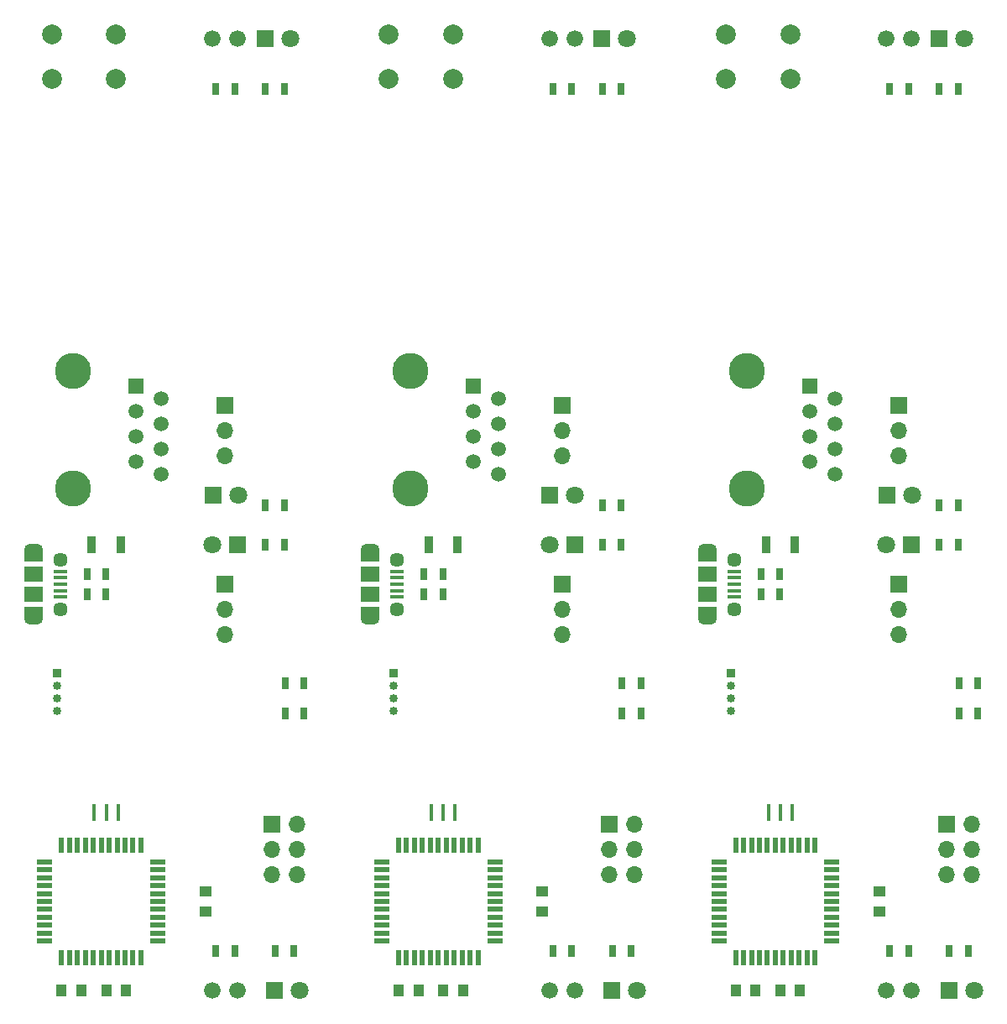
<source format=gts>
%MOIN*%
%OFA0B0*%
%FSLAX46Y46*%
%IPPOS*%
%LPD*%
%ADD10C,0.0039370078740157488*%
%ADD11R,0.066929133858267723X0.066929133858267723*%
%ADD12O,0.066929133858267723X0.066929133858267723*%
%ADD13R,0.035433070866141732X0.066929133858267723*%
%ADD14R,0.059055118110236227X0.021653543307086617*%
%ADD15R,0.021653543307086617X0.059055118110236227*%
%ADD16R,0.074803149606299218X0.059055118110236227*%
%ADD17C,0.057086614173228349*%
%ADD18R,0.053149606299212608X0.015748031496062995*%
%ADD19O,0.074803149606299218X0.047244094488188976*%
%ADD20R,0.074803149606299218X0.047244094488188976*%
%ADD21R,0.015748031496062995X0.070866141732283464*%
%ADD22R,0.033464566929133861X0.033464566929133861*%
%ADD23C,0.033464566929133861*%
%ADD24C,0.1437007874015748*%
%ADD25R,0.059055118110236227X0.059055118110236227*%
%ADD26C,0.059055118110236227*%
%ADD27C,0.07874015748031496*%
%ADD28C,0.066*%
%ADD29R,0.070866141732283464X0.070866141732283464*%
%ADD30C,0.070866141732283464*%
%ADD31R,0.027559055118110236X0.051181102362204731*%
%ADD32R,0.03937007874015748X0.049212598425196853*%
%ADD33R,0.049212598425196853X0.03937007874015748*%
%ADD44C,0.0039370078740157488*%
%ADD45R,0.066929133858267723X0.066929133858267723*%
%ADD46O,0.066929133858267723X0.066929133858267723*%
%ADD47R,0.035433070866141732X0.066929133858267723*%
%ADD48R,0.059055118110236227X0.021653543307086617*%
%ADD49R,0.021653543307086617X0.059055118110236227*%
%ADD50R,0.074803149606299218X0.059055118110236227*%
%ADD51C,0.057086614173228349*%
%ADD52R,0.053149606299212608X0.015748031496062995*%
%ADD53O,0.074803149606299218X0.047244094488188976*%
%ADD54R,0.074803149606299218X0.047244094488188976*%
%ADD55R,0.015748031496062995X0.070866141732283464*%
%ADD56R,0.033464566929133861X0.033464566929133861*%
%ADD57C,0.033464566929133861*%
%ADD58C,0.1437007874015748*%
%ADD59R,0.059055118110236227X0.059055118110236227*%
%ADD60C,0.059055118110236227*%
%ADD61C,0.07874015748031496*%
%ADD62C,0.066*%
%ADD63R,0.070866141732283464X0.070866141732283464*%
%ADD64C,0.070866141732283464*%
%ADD65R,0.027559055118110236X0.051181102362204731*%
%ADD66R,0.03937007874015748X0.049212598425196853*%
%ADD67R,0.049212598425196853X0.03937007874015748*%
%ADD68C,0.0039370078740157488*%
%ADD69R,0.066929133858267723X0.066929133858267723*%
%ADD70O,0.066929133858267723X0.066929133858267723*%
%ADD71R,0.035433070866141732X0.066929133858267723*%
%ADD72R,0.059055118110236227X0.021653543307086617*%
%ADD73R,0.021653543307086617X0.059055118110236227*%
%ADD74R,0.074803149606299218X0.059055118110236227*%
%ADD75C,0.057086614173228349*%
%ADD76R,0.053149606299212608X0.015748031496062995*%
%ADD77O,0.074803149606299218X0.047244094488188976*%
%ADD78R,0.074803149606299218X0.047244094488188976*%
%ADD79R,0.015748031496062995X0.070866141732283464*%
%ADD80R,0.033464566929133861X0.033464566929133861*%
%ADD81C,0.033464566929133861*%
%ADD82C,0.1437007874015748*%
%ADD83R,0.059055118110236227X0.059055118110236227*%
%ADD84C,0.059055118110236227*%
%ADD85C,0.07874015748031496*%
%ADD86C,0.066*%
%ADD87R,0.070866141732283464X0.070866141732283464*%
%ADD88C,0.070866141732283464*%
%ADD89R,0.027559055118110236X0.051181102362204731*%
%ADD90R,0.03937007874015748X0.049212598425196853*%
%ADD91R,0.049212598425196853X0.03937007874015748*%
G01*
D10*
D11*
X-0001585590Y0005362952D02*
X0001013779Y0000738188D03*
D12*
X0001113779Y0000738188D03*
X0001013779Y0000638188D03*
X0001113779Y0000638188D03*
X0001013779Y0000538188D03*
X0001113779Y0000538188D03*
D13*
X0000411417Y0001850393D03*
X0000297244Y0001850393D03*
D14*
X0000559055Y0000275590D03*
X0000559055Y0000307086D03*
X0000559055Y0000338582D03*
X0000559055Y0000370078D03*
X0000559055Y0000401574D03*
X0000559055Y0000433070D03*
X0000559055Y0000464566D03*
X0000559055Y0000496062D03*
X0000559055Y0000527558D03*
X0000559055Y0000559054D03*
X0000559055Y0000590550D03*
D15*
X0000492126Y0000657480D03*
X0000460629Y0000657480D03*
X0000429133Y0000657480D03*
X0000397637Y0000657480D03*
X0000366141Y0000657480D03*
X0000334645Y0000657480D03*
X0000303149Y0000657480D03*
X0000271653Y0000657480D03*
X0000240157Y0000657480D03*
X0000208661Y0000657480D03*
X0000177165Y0000657480D03*
D14*
X0000110236Y0000590550D03*
X0000110236Y0000559054D03*
X0000110236Y0000527558D03*
X0000110236Y0000496062D03*
X0000110236Y0000464566D03*
X0000110236Y0000433070D03*
X0000110236Y0000401574D03*
X0000110236Y0000370078D03*
X0000110236Y0000338582D03*
X0000110236Y0000307086D03*
X0000110236Y0000275590D03*
D15*
X0000177165Y0000208661D03*
X0000208661Y0000208661D03*
X0000240157Y0000208661D03*
X0000271653Y0000208661D03*
X0000303149Y0000208661D03*
X0000334645Y0000208661D03*
X0000366141Y0000208661D03*
X0000397637Y0000208661D03*
X0000429133Y0000208661D03*
X0000460629Y0000208661D03*
X0000492126Y0000208661D03*
D16*
X0000064960Y0001653543D03*
D17*
X0000171259Y0001791338D03*
D18*
X0000171259Y0001718503D03*
X0000171259Y0001744094D03*
X0000171259Y0001641732D03*
X0000171259Y0001667322D03*
X0000171259Y0001692913D03*
D17*
X0000171259Y0001594487D03*
D16*
X0000064960Y0001732283D03*
D19*
X0000064960Y0001830708D03*
X0000064960Y0001555117D03*
D20*
X0000064960Y0001578739D03*
X0000064960Y0001807086D03*
D21*
X0000307086Y0000787401D03*
X0000354330Y0000787401D03*
X0000401574Y0000787401D03*
D22*
X0000157480Y0001338582D03*
D23*
X0000157480Y0001289369D03*
X0000157480Y0001240157D03*
X0000157480Y0001190944D03*
D24*
X0000222440Y0002071653D03*
X0000222440Y0002538976D03*
D25*
X0000472440Y0002480314D03*
D26*
X0000572440Y0002430314D03*
X0000472440Y0002380314D03*
X0000572440Y0002330314D03*
X0000472440Y0002280314D03*
X0000572440Y0002230314D03*
X0000472440Y0002180314D03*
X0000572440Y0002130314D03*
D27*
X0000393700Y0003700787D03*
X0000393700Y0003877952D03*
X0000137795Y0003700787D03*
X0000137795Y0003877952D03*
D28*
X0000776771Y0000078739D03*
X0000876771Y0000078739D03*
X0000876771Y0003858267D03*
X0000776771Y0003858267D03*
D29*
X0000875984Y0001850393D03*
D30*
X0000775984Y0001850393D03*
D29*
X0000777559Y0002047243D03*
D30*
X0000877559Y0002047243D03*
D31*
X0001064960Y0001181102D03*
X0001139763Y0001181102D03*
X0001064960Y0001299212D03*
X0001139763Y0001299212D03*
X0000352362Y0001653543D03*
X0000277559Y0001653543D03*
X0000352362Y0001732283D03*
X0000277559Y0001732283D03*
X0000986220Y0001850393D03*
X0001061023Y0001850393D03*
X0000986220Y0002007873D03*
X0001061023Y0002007873D03*
X0000864173Y0000236220D03*
X0000789370Y0000236220D03*
X0001100393Y0000236220D03*
X0001025590Y0000236220D03*
X0001061023Y0003661417D03*
X0000986220Y0003661417D03*
X0000789370Y0003661417D03*
X0000864173Y0003661417D03*
D32*
X0000177165Y0000078739D03*
X0000255905Y0000078739D03*
X0000433070Y0000078739D03*
X0000354330Y0000078739D03*
D33*
X0000748031Y0000472440D03*
X0000748031Y0000393700D03*
D29*
X0000984252Y0003858267D03*
D30*
X0001084252Y0003858267D03*
D29*
X0001023622Y0000078739D03*
D30*
X0001123622Y0000078739D03*
D11*
X0000826771Y0001692913D03*
D12*
X0000826771Y0001592913D03*
X0000826771Y0001492913D03*
D11*
X0000826771Y0002401574D03*
D12*
X0000826771Y0002301574D03*
X0000826771Y0002201574D03*
G04 next file*
G04 #@! TF.FileFunction,Soldermask,Top*
G04 Gerber Fmt 4.6, Leading zero omitted, Abs format (unit mm)*
G04 Created by KiCad (PCBNEW 4.0.6) date 06/30/20 08:24:00*
G01*
G04 APERTURE LIST*
G04 APERTURE END LIST*
D44*
D45*
X-0000247007Y0005362952D02*
X0002352362Y0000738188D03*
D46*
X0002452362Y0000738188D03*
X0002352362Y0000638188D03*
X0002452362Y0000638188D03*
X0002352362Y0000538188D03*
X0002452362Y0000538188D03*
D47*
X0001749999Y0001850393D03*
X0001635826Y0001850393D03*
D48*
X0001897637Y0000275590D03*
X0001897637Y0000307086D03*
X0001897637Y0000338582D03*
X0001897637Y0000370078D03*
X0001897637Y0000401574D03*
X0001897637Y0000433070D03*
X0001897637Y0000464566D03*
X0001897637Y0000496062D03*
X0001897637Y0000527558D03*
X0001897637Y0000559054D03*
X0001897637Y0000590550D03*
D49*
X0001830708Y0000657480D03*
X0001799212Y0000657480D03*
X0001767716Y0000657480D03*
X0001736220Y0000657480D03*
X0001704724Y0000657480D03*
X0001673228Y0000657480D03*
X0001641732Y0000657480D03*
X0001610236Y0000657480D03*
X0001578740Y0000657480D03*
X0001547244Y0000657480D03*
X0001515747Y0000657480D03*
D48*
X0001448818Y0000590550D03*
X0001448818Y0000559054D03*
X0001448818Y0000527558D03*
X0001448818Y0000496062D03*
X0001448818Y0000464566D03*
X0001448818Y0000433070D03*
X0001448818Y0000401574D03*
X0001448818Y0000370078D03*
X0001448818Y0000338582D03*
X0001448818Y0000307086D03*
X0001448818Y0000275590D03*
D49*
X0001515747Y0000208661D03*
X0001547244Y0000208661D03*
X0001578740Y0000208661D03*
X0001610236Y0000208661D03*
X0001641732Y0000208661D03*
X0001673228Y0000208661D03*
X0001704724Y0000208661D03*
X0001736220Y0000208661D03*
X0001767716Y0000208661D03*
X0001799212Y0000208661D03*
X0001830708Y0000208661D03*
D50*
X0001403543Y0001653543D03*
D51*
X0001509842Y0001791338D03*
D52*
X0001509842Y0001718503D03*
X0001509842Y0001744094D03*
X0001509842Y0001641732D03*
X0001509842Y0001667322D03*
X0001509842Y0001692913D03*
D51*
X0001509842Y0001594487D03*
D50*
X0001403543Y0001732283D03*
D53*
X0001403543Y0001830708D03*
X0001403543Y0001555117D03*
D54*
X0001403543Y0001578739D03*
X0001403543Y0001807086D03*
D55*
X0001645669Y0000787401D03*
X0001692913Y0000787401D03*
X0001740157Y0000787401D03*
D56*
X0001496062Y0001338582D03*
D57*
X0001496062Y0001289369D03*
X0001496062Y0001240157D03*
X0001496062Y0001190944D03*
D58*
X0001561023Y0002071653D03*
X0001561023Y0002538976D03*
D59*
X0001811023Y0002480314D03*
D60*
X0001911023Y0002430314D03*
X0001811023Y0002380314D03*
X0001911023Y0002330314D03*
X0001811023Y0002280314D03*
X0001911023Y0002230314D03*
X0001811023Y0002180314D03*
X0001911023Y0002130314D03*
D61*
X0001732283Y0003700787D03*
X0001732283Y0003877952D03*
X0001476377Y0003700787D03*
X0001476377Y0003877952D03*
D62*
X0002115354Y0000078739D03*
X0002215354Y0000078739D03*
X0002215354Y0003858267D03*
X0002115354Y0003858267D03*
D63*
X0002214566Y0001850393D03*
D64*
X0002114566Y0001850393D03*
D63*
X0002116141Y0002047243D03*
D64*
X0002216141Y0002047243D03*
D65*
X0002403543Y0001181102D03*
X0002478346Y0001181102D03*
X0002403543Y0001299212D03*
X0002478346Y0001299212D03*
X0001690944Y0001653543D03*
X0001616141Y0001653543D03*
X0001690944Y0001732283D03*
X0001616141Y0001732283D03*
X0002324803Y0001850393D03*
X0002399606Y0001850393D03*
X0002324803Y0002007873D03*
X0002399606Y0002007873D03*
X0002202755Y0000236220D03*
X0002127952Y0000236220D03*
X0002438976Y0000236220D03*
X0002364173Y0000236220D03*
X0002399606Y0003661417D03*
X0002324803Y0003661417D03*
X0002127952Y0003661417D03*
X0002202755Y0003661417D03*
D66*
X0001515747Y0000078739D03*
X0001594488Y0000078739D03*
X0001771653Y0000078739D03*
X0001692913Y0000078739D03*
D67*
X0002086614Y0000472440D03*
X0002086614Y0000393700D03*
D63*
X0002322834Y0003858267D03*
D64*
X0002422834Y0003858267D03*
D63*
X0002362204Y0000078739D03*
D64*
X0002462204Y0000078739D03*
D45*
X0002165354Y0001692913D03*
D46*
X0002165354Y0001592913D03*
X0002165354Y0001492913D03*
D45*
X0002165354Y0002401574D03*
D46*
X0002165354Y0002301574D03*
X0002165354Y0002201574D03*
G04 next file*
G04 #@! TF.FileFunction,Soldermask,Top*
G04 Gerber Fmt 4.6, Leading zero omitted, Abs format (unit mm)*
G04 Created by KiCad (PCBNEW 4.0.6) date 06/30/20 08:24:00*
G01*
G04 APERTURE LIST*
G04 APERTURE END LIST*
D68*
D69*
X0001091574Y0005362952D02*
X0003690944Y0000738188D03*
D70*
X0003790944Y0000738188D03*
X0003690944Y0000638188D03*
X0003790944Y0000638188D03*
X0003690944Y0000538188D03*
X0003790944Y0000538188D03*
D71*
X0003088582Y0001850393D03*
X0002974409Y0001850393D03*
D72*
X0003236220Y0000275590D03*
X0003236220Y0000307086D03*
X0003236220Y0000338582D03*
X0003236220Y0000370078D03*
X0003236220Y0000401574D03*
X0003236220Y0000433070D03*
X0003236220Y0000464566D03*
X0003236220Y0000496062D03*
X0003236220Y0000527558D03*
X0003236220Y0000559054D03*
X0003236220Y0000590550D03*
D73*
X0003169291Y0000657480D03*
X0003137795Y0000657480D03*
X0003106299Y0000657480D03*
X0003074803Y0000657480D03*
X0003043307Y0000657480D03*
X0003011810Y0000657480D03*
X0002980314Y0000657480D03*
X0002948818Y0000657480D03*
X0002917322Y0000657480D03*
X0002885826Y0000657480D03*
X0002854330Y0000657480D03*
D72*
X0002787401Y0000590550D03*
X0002787401Y0000559054D03*
X0002787401Y0000527558D03*
X0002787401Y0000496062D03*
X0002787401Y0000464566D03*
X0002787401Y0000433070D03*
X0002787401Y0000401574D03*
X0002787401Y0000370078D03*
X0002787401Y0000338582D03*
X0002787401Y0000307086D03*
X0002787401Y0000275590D03*
D73*
X0002854330Y0000208661D03*
X0002885826Y0000208661D03*
X0002917322Y0000208661D03*
X0002948818Y0000208661D03*
X0002980314Y0000208661D03*
X0003011810Y0000208661D03*
X0003043307Y0000208661D03*
X0003074803Y0000208661D03*
X0003106299Y0000208661D03*
X0003137795Y0000208661D03*
X0003169291Y0000208661D03*
D74*
X0002742125Y0001653543D03*
D75*
X0002848425Y0001791338D03*
D76*
X0002848425Y0001718503D03*
X0002848425Y0001744094D03*
X0002848425Y0001641732D03*
X0002848425Y0001667322D03*
X0002848425Y0001692913D03*
D75*
X0002848425Y0001594487D03*
D74*
X0002742125Y0001732283D03*
D77*
X0002742125Y0001830708D03*
X0002742125Y0001555117D03*
D78*
X0002742125Y0001578739D03*
X0002742125Y0001807086D03*
D79*
X0002984251Y0000787401D03*
X0003031496Y0000787401D03*
X0003078740Y0000787401D03*
D80*
X0002834645Y0001338582D03*
D81*
X0002834645Y0001289369D03*
X0002834645Y0001240157D03*
X0002834645Y0001190944D03*
D82*
X0002899606Y0002071653D03*
X0002899606Y0002538976D03*
D83*
X0003149606Y0002480314D03*
D84*
X0003249606Y0002430314D03*
X0003149606Y0002380314D03*
X0003249606Y0002330314D03*
X0003149606Y0002280314D03*
X0003249606Y0002230314D03*
X0003149606Y0002180314D03*
X0003249606Y0002130314D03*
D85*
X0003070866Y0003700787D03*
X0003070866Y0003877952D03*
X0002814960Y0003700787D03*
X0002814960Y0003877952D03*
D86*
X0003453936Y0000078739D03*
X0003553936Y0000078739D03*
X0003553936Y0003858267D03*
X0003453936Y0003858267D03*
D87*
X0003553149Y0001850393D03*
D88*
X0003453149Y0001850393D03*
D87*
X0003454724Y0002047243D03*
D88*
X0003554724Y0002047243D03*
D89*
X0003742125Y0001181102D03*
X0003816929Y0001181102D03*
X0003742125Y0001299212D03*
X0003816929Y0001299212D03*
X0003029527Y0001653543D03*
X0002954724Y0001653543D03*
X0003029527Y0001732283D03*
X0002954724Y0001732283D03*
X0003663385Y0001850393D03*
X0003738188Y0001850393D03*
X0003663385Y0002007873D03*
X0003738188Y0002007873D03*
X0003541338Y0000236220D03*
X0003466535Y0000236220D03*
X0003777559Y0000236220D03*
X0003702755Y0000236220D03*
X0003738188Y0003661417D03*
X0003663385Y0003661417D03*
X0003466535Y0003661417D03*
X0003541338Y0003661417D03*
D90*
X0002854330Y0000078739D03*
X0002933070Y0000078739D03*
X0003110236Y0000078739D03*
X0003031496Y0000078739D03*
D91*
X0003425196Y0000472440D03*
X0003425196Y0000393700D03*
D87*
X0003661417Y0003858267D03*
D88*
X0003761417Y0003858267D03*
D87*
X0003700787Y0000078739D03*
D88*
X0003800787Y0000078739D03*
D69*
X0003503936Y0001692913D03*
D70*
X0003503936Y0001592913D03*
X0003503936Y0001492913D03*
D69*
X0003503936Y0002401574D03*
D70*
X0003503936Y0002301574D03*
X0003503936Y0002201574D03*
M02*
</source>
